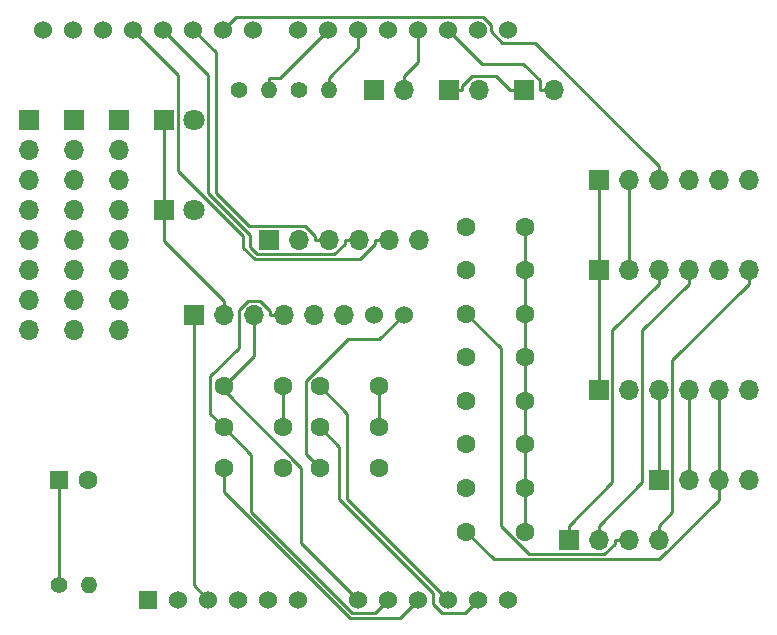
<source format=gbr>
G04 #@! TF.GenerationSoftware,KiCad,Pcbnew,(5.1.5-0-10_14)*
G04 #@! TF.CreationDate,2020-03-24T06:37:07+10:00*
G04 #@! TF.ProjectId,Arduino_NW_Template,41726475-696e-46f5-9f4e-575f54656d70,rev?*
G04 #@! TF.SameCoordinates,Original*
G04 #@! TF.FileFunction,Copper,L2,Bot*
G04 #@! TF.FilePolarity,Positive*
%FSLAX46Y46*%
G04 Gerber Fmt 4.6, Leading zero omitted, Abs format (unit mm)*
G04 Created by KiCad (PCBNEW (5.1.5-0-10_14)) date 2020-03-24 06:37:07*
%MOMM*%
%LPD*%
G04 APERTURE LIST*
%ADD10C,1.400000*%
%ADD11O,1.400000X1.400000*%
%ADD12R,1.700000X1.700000*%
%ADD13O,1.700000X1.700000*%
%ADD14C,1.524000*%
%ADD15C,1.800000*%
%ADD16R,1.800000X1.800000*%
%ADD17C,1.600000*%
%ADD18R,1.600000X1.600000*%
%ADD19R,1.524000X1.524000*%
%ADD20C,0.250000*%
G04 APERTURE END LIST*
D10*
X123810000Y-70866000D03*
D11*
X126350000Y-70866000D03*
D10*
X118730000Y-70866000D03*
D11*
X121270000Y-70866000D03*
D12*
X149210000Y-96266000D03*
D13*
X151750000Y-96266000D03*
X154290000Y-96266000D03*
X156830000Y-96266000D03*
X159370000Y-96266000D03*
X161910000Y-96266000D03*
D12*
X149210000Y-86106000D03*
D13*
X151750000Y-86106000D03*
X154290000Y-86106000D03*
X156830000Y-86106000D03*
X159370000Y-86106000D03*
X161910000Y-86106000D03*
X161910000Y-103886000D03*
X159370000Y-103886000D03*
X156830000Y-103886000D03*
D12*
X154290000Y-103886000D03*
D14*
X132700000Y-89916000D03*
X130160000Y-89916000D03*
D12*
X114920000Y-89916000D03*
D13*
X117460000Y-89916000D03*
X120000000Y-89916000D03*
X122540000Y-89916000D03*
X125080000Y-89916000D03*
X127620000Y-89916000D03*
X154290000Y-108966000D03*
X151750000Y-108966000D03*
X149210000Y-108966000D03*
D12*
X146670000Y-108966000D03*
D13*
X108570000Y-91186000D03*
X108570000Y-88646000D03*
X108570000Y-86106000D03*
X108570000Y-83566000D03*
X108570000Y-81026000D03*
X108570000Y-78486000D03*
X108570000Y-75946000D03*
D12*
X108570000Y-73406000D03*
D13*
X104760000Y-91186000D03*
X104760000Y-88646000D03*
X104760000Y-86106000D03*
X104760000Y-83566000D03*
X104760000Y-81026000D03*
X104760000Y-78486000D03*
X104760000Y-75946000D03*
D12*
X104760000Y-73406000D03*
D13*
X100950000Y-91186000D03*
X100950000Y-88646000D03*
X100950000Y-86106000D03*
X100950000Y-83566000D03*
X100950000Y-81026000D03*
X100950000Y-78486000D03*
X100950000Y-75946000D03*
D12*
X100950000Y-73406000D03*
X121270000Y-83566000D03*
D13*
X123810000Y-83566000D03*
X126350000Y-83566000D03*
X128890000Y-83566000D03*
X131430000Y-83566000D03*
X133970000Y-83566000D03*
X139050000Y-70866000D03*
D12*
X136510000Y-70866000D03*
D13*
X132700000Y-70866000D03*
D12*
X130160000Y-70866000D03*
D13*
X145400000Y-70866000D03*
D12*
X142860000Y-70866000D03*
D15*
X114920000Y-81026000D03*
D16*
X112380000Y-81026000D03*
D15*
X114920000Y-73406000D03*
D16*
X112380000Y-73406000D03*
D17*
X143020000Y-97188900D03*
X138020000Y-97188900D03*
X143020000Y-108246000D03*
X138020000Y-108246000D03*
X143020000Y-104560000D03*
X138020000Y-104560000D03*
X143020000Y-93503100D03*
X138020000Y-93503100D03*
X143020000Y-89817400D03*
X138020000Y-89817400D03*
X143020000Y-86131700D03*
X138020000Y-86131700D03*
X143020000Y-100875000D03*
X138020000Y-100875000D03*
X143020000Y-82446000D03*
X138020000Y-82446000D03*
X130610000Y-102856000D03*
X125610000Y-102856000D03*
X130610000Y-99406000D03*
X125610000Y-99406000D03*
X130610000Y-95956000D03*
X125610000Y-95956000D03*
X122460000Y-102856000D03*
X117460000Y-102856000D03*
X122460000Y-99406000D03*
X117460000Y-99406000D03*
X122460000Y-95956000D03*
X117460000Y-95956000D03*
D12*
X149210000Y-78486000D03*
D13*
X151750000Y-78486000D03*
X154290000Y-78486000D03*
X156830000Y-78486000D03*
X159370000Y-78486000D03*
X161910000Y-78486000D03*
D10*
X103490000Y-112776000D03*
D11*
X106030000Y-112776000D03*
D18*
X103490000Y-103886000D03*
D17*
X105990000Y-103886000D03*
D14*
X102177000Y-65782000D03*
X104717000Y-65782000D03*
X107257000Y-65782000D03*
X109797000Y-65782000D03*
X112337000Y-65782000D03*
X114877000Y-65782000D03*
X117417000Y-65782000D03*
X119957000Y-65782000D03*
X123767000Y-65782000D03*
X126307000Y-65782000D03*
X128847000Y-65782000D03*
X131387000Y-65782000D03*
X133927000Y-65782000D03*
X136467000Y-65782000D03*
X139007000Y-65782000D03*
X141547000Y-65782000D03*
X141547000Y-114042000D03*
X139007000Y-114042000D03*
X136467000Y-114042000D03*
X133927000Y-114042000D03*
X131387000Y-114042000D03*
X128847000Y-114042000D03*
X123767000Y-114042000D03*
X121227000Y-114042000D03*
X118687000Y-114042000D03*
X116147000Y-114042000D03*
X113607000Y-114042000D03*
D19*
X111067000Y-114042000D03*
D20*
X117460000Y-89916000D02*
X117460000Y-88740700D01*
X117460000Y-88740700D02*
X112380000Y-83660700D01*
X112380000Y-83660700D02*
X112380000Y-81026000D01*
X142860000Y-70866000D02*
X141684700Y-70866000D01*
X136510000Y-70866000D02*
X137685300Y-70866000D01*
X137685300Y-70866000D02*
X137685300Y-70498700D01*
X137685300Y-70498700D02*
X138493300Y-69690700D01*
X138493300Y-69690700D02*
X140509400Y-69690700D01*
X140509400Y-69690700D02*
X141684700Y-70866000D01*
X151750000Y-78486000D02*
X151750000Y-86106000D01*
X112380000Y-73406000D02*
X112380000Y-81026000D01*
X143020000Y-97188900D02*
X143020000Y-93503100D01*
X143020000Y-100875000D02*
X143020000Y-97188900D01*
X143020000Y-104560000D02*
X143020000Y-100875000D01*
X143020000Y-104560000D02*
X143020000Y-108246000D01*
X143020000Y-89817400D02*
X143020000Y-93503100D01*
X143020000Y-86131700D02*
X143020000Y-89817400D01*
X143020000Y-82446000D02*
X143020000Y-86131700D01*
X130610000Y-95956000D02*
X130610000Y-99406000D01*
X122460000Y-95956000D02*
X122460000Y-99406000D01*
X103490000Y-103886000D02*
X103490000Y-112776000D01*
X126350000Y-70866000D02*
X126350000Y-69840700D01*
X128847000Y-65782000D02*
X128847000Y-67343700D01*
X128847000Y-67343700D02*
X126350000Y-69840700D01*
X149210000Y-86106000D02*
X149210000Y-96266000D01*
X149210000Y-78486000D02*
X149210000Y-86106000D01*
X114920000Y-91091300D02*
X114920000Y-112815000D01*
X114920000Y-112815000D02*
X116147000Y-114042000D01*
X114920000Y-89916000D02*
X114920000Y-91091300D01*
X117460000Y-95956000D02*
X120000000Y-93416000D01*
X120000000Y-93416000D02*
X120000000Y-89916000D01*
X128847000Y-114042000D02*
X124035100Y-109230100D01*
X124035100Y-109230100D02*
X124035100Y-102831100D01*
X124035100Y-102831100D02*
X117460000Y-96256000D01*
X117460000Y-96256000D02*
X117460000Y-95956000D01*
X131387000Y-114042000D02*
X130284600Y-115144400D01*
X130284600Y-115144400D02*
X128340500Y-115144400D01*
X128340500Y-115144400D02*
X119784600Y-106588500D01*
X119784600Y-106588500D02*
X119784600Y-101730600D01*
X119784600Y-101730600D02*
X117460000Y-99406000D01*
X122540000Y-89916000D02*
X121364700Y-89916000D01*
X117460000Y-99406000D02*
X116315800Y-98261800D01*
X116315800Y-98261800D02*
X116315800Y-95112200D01*
X116315800Y-95112200D02*
X118730000Y-92698000D01*
X118730000Y-92698000D02*
X118730000Y-89507000D01*
X118730000Y-89507000D02*
X119496300Y-88740700D01*
X119496300Y-88740700D02*
X120556800Y-88740700D01*
X120556800Y-88740700D02*
X121364700Y-89548600D01*
X121364700Y-89548600D02*
X121364700Y-89916000D01*
X133927000Y-114042000D02*
X132368600Y-115600400D01*
X132368600Y-115600400D02*
X128159600Y-115600400D01*
X128159600Y-115600400D02*
X117460000Y-104900800D01*
X117460000Y-104900800D02*
X117460000Y-102856000D01*
X136467000Y-114042000D02*
X127934600Y-105509600D01*
X127934600Y-105509600D02*
X127934600Y-98280600D01*
X127934600Y-98280600D02*
X125610000Y-95956000D01*
X139007000Y-114042000D02*
X137917400Y-115131600D01*
X137917400Y-115131600D02*
X135954200Y-115131600D01*
X135954200Y-115131600D02*
X135197000Y-114374400D01*
X135197000Y-114374400D02*
X135197000Y-113408900D01*
X135197000Y-113408900D02*
X127269100Y-105481000D01*
X127269100Y-105481000D02*
X127269100Y-101065100D01*
X127269100Y-101065100D02*
X125610000Y-99406000D01*
X125610000Y-102856000D02*
X124445300Y-101691300D01*
X124445300Y-101691300D02*
X124445300Y-95507900D01*
X124445300Y-95507900D02*
X127997600Y-91955600D01*
X127997600Y-91955600D02*
X130660400Y-91955600D01*
X130660400Y-91955600D02*
X132700000Y-89916000D01*
X146670000Y-108966000D02*
X146670000Y-107790700D01*
X154290000Y-86106000D02*
X154290000Y-87281300D01*
X154290000Y-87281300D02*
X150385300Y-91186000D01*
X150385300Y-91186000D02*
X150385300Y-104075400D01*
X150385300Y-104075400D02*
X146670000Y-107790700D01*
X156830000Y-86106000D02*
X156830000Y-87281300D01*
X149210000Y-108966000D02*
X149210000Y-107790700D01*
X149210000Y-107790700D02*
X152925300Y-104075400D01*
X152925300Y-104075400D02*
X152925300Y-91186000D01*
X152925300Y-91186000D02*
X156830000Y-87281300D01*
X154290000Y-103886000D02*
X154290000Y-96266000D01*
X151750000Y-108966000D02*
X150574700Y-108966000D01*
X138020000Y-89817400D02*
X140942800Y-92740200D01*
X140942800Y-92740200D02*
X140942800Y-107806300D01*
X140942800Y-107806300D02*
X143288900Y-110152400D01*
X143288900Y-110152400D02*
X149695800Y-110152400D01*
X149695800Y-110152400D02*
X150574700Y-109273500D01*
X150574700Y-109273500D02*
X150574700Y-108966000D01*
X156830000Y-103886000D02*
X156830000Y-96266000D01*
X161910000Y-86106000D02*
X161910000Y-87281300D01*
X154290000Y-108966000D02*
X154290000Y-107790700D01*
X154290000Y-107790700D02*
X155465300Y-106615400D01*
X155465300Y-106615400D02*
X155465300Y-93726000D01*
X155465300Y-93726000D02*
X161910000Y-87281300D01*
X138020000Y-108246000D02*
X140376700Y-110602700D01*
X140376700Y-110602700D02*
X154317700Y-110602700D01*
X154317700Y-110602700D02*
X159370000Y-105550400D01*
X159370000Y-105550400D02*
X159370000Y-103886000D01*
X159370000Y-103886000D02*
X159370000Y-96266000D01*
X145400000Y-70866000D02*
X144224700Y-70866000D01*
X136467000Y-65782000D02*
X139354100Y-68669100D01*
X139354100Y-68669100D02*
X142835800Y-68669100D01*
X142835800Y-68669100D02*
X144224700Y-70058000D01*
X144224700Y-70058000D02*
X144224700Y-70866000D01*
X132700000Y-70866000D02*
X132700000Y-69690700D01*
X133927000Y-65782000D02*
X133927000Y-68463700D01*
X133927000Y-68463700D02*
X132700000Y-69690700D01*
X154290000Y-77310700D02*
X143848600Y-66869300D01*
X143848600Y-66869300D02*
X141068900Y-66869300D01*
X141068900Y-66869300D02*
X140094300Y-65894700D01*
X140094300Y-65894700D02*
X140094300Y-65331500D01*
X140094300Y-65331500D02*
X139407700Y-64644900D01*
X139407700Y-64644900D02*
X118554100Y-64644900D01*
X118554100Y-64644900D02*
X117417000Y-65782000D01*
X154290000Y-78486000D02*
X154290000Y-77310700D01*
X125174700Y-83566000D02*
X125174700Y-83198600D01*
X125174700Y-83198600D02*
X124366800Y-82390700D01*
X124366800Y-82390700D02*
X119576700Y-82390700D01*
X119576700Y-82390700D02*
X116782300Y-79596300D01*
X116782300Y-79596300D02*
X116782300Y-67687300D01*
X116782300Y-67687300D02*
X114877000Y-65782000D01*
X126350000Y-83566000D02*
X125174700Y-83566000D01*
X128890000Y-83566000D02*
X127714700Y-83566000D01*
X112337000Y-65782000D02*
X116163100Y-69608100D01*
X116163100Y-69608100D02*
X116163100Y-79614000D01*
X116163100Y-79614000D02*
X119722200Y-83173100D01*
X119722200Y-83173100D02*
X119722200Y-84195200D01*
X119722200Y-84195200D02*
X120268300Y-84741300D01*
X120268300Y-84741300D02*
X126840700Y-84741300D01*
X126840700Y-84741300D02*
X127714700Y-83867300D01*
X127714700Y-83867300D02*
X127714700Y-83566000D01*
X109797000Y-65782000D02*
X113605300Y-69590300D01*
X113605300Y-69590300D02*
X113605300Y-77693100D01*
X113605300Y-77693100D02*
X119112800Y-83200600D01*
X119112800Y-83200600D02*
X119112800Y-84222700D01*
X119112800Y-84222700D02*
X120081700Y-85191600D01*
X120081700Y-85191600D02*
X128996500Y-85191600D01*
X128996500Y-85191600D02*
X130254700Y-83933400D01*
X130254700Y-83933400D02*
X130254700Y-83566000D01*
X131430000Y-83566000D02*
X130254700Y-83566000D01*
X121270000Y-70866000D02*
X121270000Y-69840700D01*
X126307000Y-65782000D02*
X122248300Y-69840700D01*
X122248300Y-69840700D02*
X121270000Y-69840700D01*
M02*

</source>
